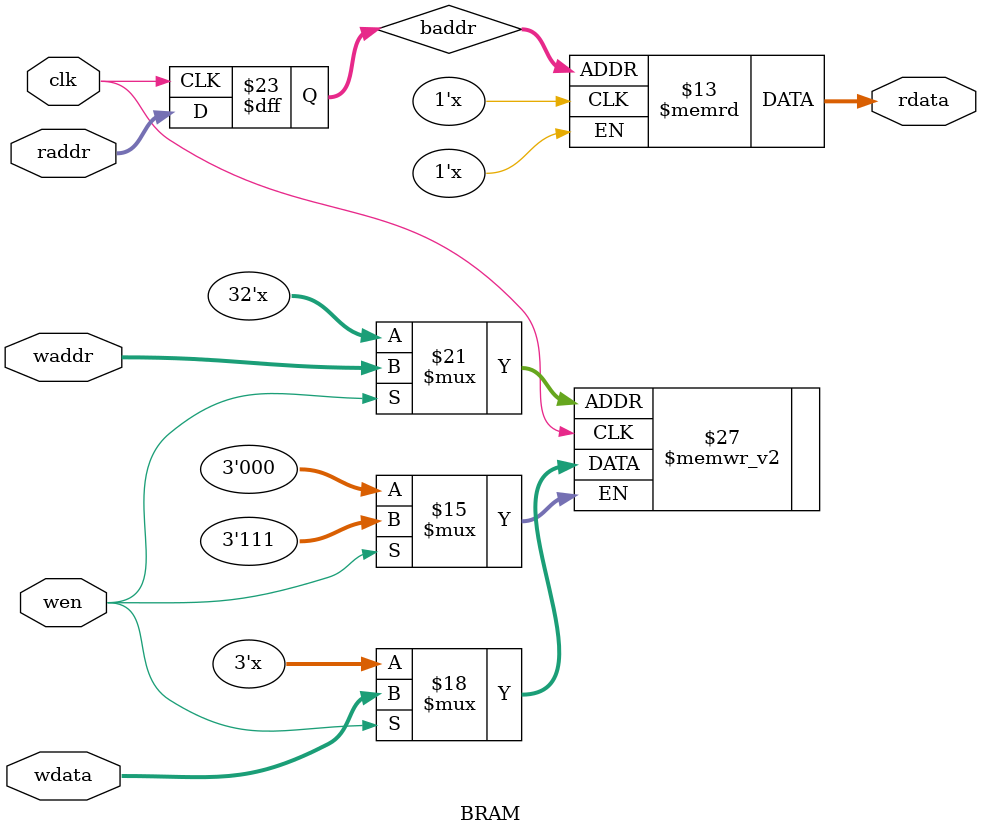
<source format=sv>
`default_nettype none

module topview
  #( parameter integer IN_HEIGHT  = -1,
     parameter integer IN_WIDTH   = -1,
     parameter integer OUT_HEIGHT = -1,
     parameter integer OUT_WIDTH  = -1,
     parameter real    SCALE      =  1.0, 
     parameter integer HVC        = -1,
     parameter integer HC         = -1,
     parameter integer DVC        = -1,
     parameter integer F          = -1,
     parameter integer FP         = -1,
     parameter real    THETA      = -1.0,
     parameter integer signed CX  = -1,
     parameter integer signed CY  = -1,
     parameter integer signed CXP = -1,
     parameter integer signed CYP = -1 )
   ( clk, n_rst,
     in_flag, in_valid, in_start_v, in_start_h, in_end_v, in_end_h,
     out_start_v, out_start_h, out_end_v, out_end_h, out_valid,
     raddr, ready, line_num
   );

   // localparam integer BIT_WIDTH     = 32;
   localparam C0_WIDTH                 = bitW(SCALE * F * HVC * $sin(THETA) - SCALE * HVC * CY * $cos(THETA));
   localparam signed [C0_WIDTH-1:0] C0 =      SCALE * F * HVC * $sin(THETA) - SCALE * HVC * CY * $cos(THETA);   
   localparam C1_WIDTH                 = bitW(SCALE * HVC * $cos(THETA));
   localparam signed [C1_WIDTH-1:0] C1 =      SCALE * HVC * $cos(THETA);
   localparam C2_WIDTH                 = bitW(SCALE * FP * HC);
   localparam signed [C2_WIDTH-1:0] C2 =      SCALE * FP * HC;
   localparam C3_WIDTH                 = bitW(SCALE * FP * HC * CX);
   localparam signed [C3_WIDTH-1:0] C3 =      SCALE * FP * HC * CX;
   localparam C4_WIDTH                 = bitW(SCALE * FP * HC * $sin(THETA));
   localparam signed [C4_WIDTH-1:0] C4 =      SCALE * FP * HC * $sin(THETA);
   localparam C5_WIDTH                 = bitW(SCALE * FP * HC * $sin(THETA) * CY + SCALE * FP * HC * F * $cos(THETA));
   localparam signed [C5_WIDTH-1:0] C5 =      SCALE * FP * HC * $sin(THETA) * CY + SCALE * FP * HC * F * $cos(THETA);
   localparam C6_WIDTH                 = bitW(CYP + FP * DVC / HVC);
   localparam signed [C6_WIDTH-1:0] C6 =      CYP + FP * DVC / HVC;

   localparam integer H_BITW  = $clog2(IN_WIDTH);  // 10
   localparam integer V_BITW  = $clog2(IN_HEIGHT); // 9
   localparam integer OUT_H_BITW = $clog2(OUT_WIDTH);   
   localparam integer OUT_V_BITW = $clog2(OUT_HEIGHT);

   localparam integer RAM_SIZE = 4096;
   localparam integer RAM_ADDR_W = $clog2(RAM_SIZE);
   localparam integer DATA_WIDTH = 2 * (OUT_V_BITW + OUT_H_BITW) + 1;
   
   // inputs / outputs --------------------------------------------------------
   input wire 	                clk, n_rst, in_flag, in_valid;   
   input wire [V_BITW-1:0] 	in_start_v, in_end_v;
   input wire [H_BITW-1:0] 	in_start_h, in_end_h;
   input wire [RAM_ADDR_W-1:0] 	raddr;

   output wire [OUT_V_BITW-1:0] out_start_v, out_end_v;
   output wire [OUT_H_BITW-1:0] out_start_h, out_end_h;
   output wire 			       out_valid;
   output reg 			       ready;
   output reg [RAM_ADDR_W-1:0] 	       line_num;
   
   // topview transformation --------------------------------------------------
   localparam integer DIV_W = 32;
   reg signed [DIV_W-1:0] out_h0, out_v0, out_h1, out_v1;
   
   topview_trans
     #(  .IN_HEIGHT(IN_HEIGHT), .IN_WIDTH(IN_WIDTH),
	 .DIV_W(DIV_W),
	 .C0(C0), .C1(C1), .C2(C2), .C3(C3), .C4(C4), .C5(C5), .C6(C6),
	 .CXP(CXP) )
   topview_trans_inst0
     (   .clk(clk), 
	  .in_v(in_start_v), .in_h(in_start_h),
	 .out_v(out_v0),    .out_h(out_h0) ),
   topview_trans_inst1
     (   .clk(clk), 
	  .in_v(in_end_v), .in_h(in_end_h),
	 .out_v(out_v1),  .out_h(out_h1) );

   wire 		  valid;
   assign valid = 0 <= out_h0 && out_h0 < OUT_WIDTH  && 0 <= out_h1 && out_h1 < OUT_WIDTH &&
		  0 <= out_v0 && out_v0 < OUT_HEIGHT && 0 <= out_v1 && out_v1 < OUT_HEIGHT;
   
   // BRAM ---------------------------------------------------------------------

   reg flag_buff[0:3], valid_buff[0:3];
   always@(posedge clk) begin
      flag_buff[0] <= in_flag;
      valid_buff[0] <= in_valid;
      for(integer ii = 0; ii < 3; ii = ii + 1) begin
	 flag_buff[ii + 1] <= flag_buff[ii];
	 valid_buff[ii + 1] <= valid_buff[ii];
      end
   end
   
   reg [RAM_ADDR_W-1:0] waddr;
   wire [DATA_WIDTH-1:0] wdata;

   
   assign wdata = {out_v0[OUT_V_BITW-1:0], out_h0[OUT_H_BITW-1:0], 
		   out_v1[OUT_V_BITW-1:0], out_h1[OUT_H_BITW-1:0], 
		   valid};
   
   always @(posedge clk) begin
      if(!n_rst) begin
	 ready <= '0;
	 line_num <= '0;
      end else begin
	 if(flag_buff[3]) begin
	    ready <= '0;
	    if(valid_buff[3]) begin
	       waddr <= waddr + 1'b1;
	       line_num <= line_num + 1'b1;
	    end
	 end else begin
	    if(line_num != 0)
	      ready <= 1'b1;
	    waddr <= '0;
	 end
      end
   end
   
   BRAM 
    #(.DATA_SIZE(RAM_SIZE), .DATA_WIDTH(DATA_WIDTH) )
   topview_ls_bram
     (
      .clk(clk), .wen(flag_buff[3] && valid_buff[3]), 
      .waddr(waddr), .wdata(wdata),
      .raddr(raddr), .rdata({out_start_v, out_start_h, out_end_v, out_end_h, out_valid})
      );

   
   // function ----------------------------------------------------------------
   function integer log2;  
      input integer value;  
      begin  
         value = value-1;  
         for (log2=0; value>0; log2=log2+1)  
           value = value>>1;  
      end  
   endfunction  
   
   function integer signed abs;
      input integer signed value;
      begin
	 if(value > 0) 
	   abs = value;
	 else
	   abs = -value;
      end
   endfunction

   function integer bitW;
      input integer signed value;
      begin
	 bitW = log2(abs(value)) + 1;
      end
   endfunction
endmodule // topview

module topview_trans
  #(
    parameter IN_HEIGHT  = -1,
    parameter IN_WIDTH   = -1,
    parameter DIV_W      = -1,
    parameter signed C0  = -1, 
    parameter signed C1  = -1,
    parameter signed C2  = -1,
    parameter signed C3  = -1,
    parameter signed C4  = -1,
    parameter signed C5  = -1,
    parameter signed C6  = -1,
    parameter signed CXP = -1 ) 
   (
    clk,
    in_v, in_h, 
    out_v, out_h
   );

   input wire 	      clk;
   input wire [$clog2(IN_HEIGHT)-1:0] in_v;
   input wire [$clog2(IN_WIDTH)-1:0] in_h;
   output reg signed [DIV_W-1:0] out_v;
   output reg signed [DIV_W-1:0] out_h;

   reg signed [bitW(C1 * (IN_HEIGHT-1))-1:0] f0;
   reg signed [bitW(C2 * ( IN_WIDTH-1))-1:0] f1;
   reg signed [bitW(C4 * (IN_HEIGHT-1))-1:0] f2;
   reg signed [bitW2( C0, C0 + C1 * (IN_HEIGHT-1))-1:0] g0;
   reg signed [bitW2(-C3, C2 * ( IN_WIDTH-1) - C3)-1:0] g1;
   reg signed [bitW2(-C5, C4 * (IN_HEIGHT-1) - C5)-1:0] g2;
   reg signed [DIV_W-1:0] h0;   
   reg signed [DIV_W-1:0] h1;
   
   always @(posedge clk) begin
      f0 <= C1 * in_v;
      f1 <= C2 * in_h;
      f2 <= C4 * in_v;
      
      g0 <= C0 + f0;
      g1 <= f1 - C3;
      g2 <= f2 - C5;

      h0 <= g1 / g0;
      h1 <= g2 / g0;

      out_h <= h0 + CXP;
      out_v <= C6 + h1;
   end

   // function ----------------------------------------------------------------
   function integer log2;  
      input integer value;  
      begin  
         value = value-1;  
         for (log2=0; value>0; log2=log2+1)  
           value = value>>1;  
      end  
   endfunction  
   
   function integer signed abs;
      input integer signed value;
      begin
	 if(value > 0) 
	   abs = value;
	 else
	   abs = -value;
      end
   endfunction

   function integer bitW;
      input integer signed value;
      begin
	 bitW = log2(abs(value)) + 1;
      end
   endfunction

   function integer bitW2;
      input integer signed v0, v1;
      begin
	 if(abs(v0) > abs(v1)) 
	   bitW2 = log2(abs(v0)) + 1;
	 else
	   bitW2 = log2(abs(v1)) + 1;
      end
   endfunction
endmodule
   
module BRAM
  # (
     parameter integer DATA_WIDTH = -1, DATA_SIZE = -1
     )(clk, wen, waddr, raddr, wdata, rdata);
   
   localparam integer  ADDR_WIDTH = $clog2(DATA_SIZE);
   input wire clk, wen;
   input wire  [ADDR_WIDTH-1:0] waddr, raddr;
   input wire  [DATA_WIDTH-1:0] wdata;
   output wire [DATA_WIDTH-1:0] rdata;

   reg [ADDR_WIDTH-1:0]        baddr;
   (* RAM_STYLE="BLOCK" *) reg [DATA_WIDTH-1:0] ram[0:2 ** ADDR_WIDTH-1];
   always@ (posedge clk) begin
      if(wen)
	ram[waddr] <= wdata;
      baddr <= raddr; 
   end
   
   assign rdata = ram[baddr];
endmodule

/*
function integer bitW2;
      input integer signed v0, v1;
      begin
	 if(abs(v0) > abs(v1)) 
	   bitW2 = log2(abs(v0)) + 1;
	 else
	   bitW2 = log2(abs(v1)) + 1;
      end
   endfunction

   function integer bitW4;
      input integer signed v0, v1, v2, v3;
      begin
	 if(abs(v0) > abs(v1) && abs(v0) > abs(v2) && abs(v0) > abs(v3)) 
	   bitW4 = log2(abs(v0)) + 1;
	 else if(abs(v1) > abs(v0) && abs(v1) > abs(v2) && abs(v1) > abs(v3)) 
	   bitW4 = log2(abs(v1)) + 1;
	 else if(abs(v2) > abs(v0) && abs(v2) > abs(v1) && abs(v2) > abs(v3))
	   bitW4 = log2(abs(v2)) + 1;
	 else
	   bitW4 = log2(abs(v3)) + 1;
      end
   endfunction
*/

`default_nettype wire

</source>
